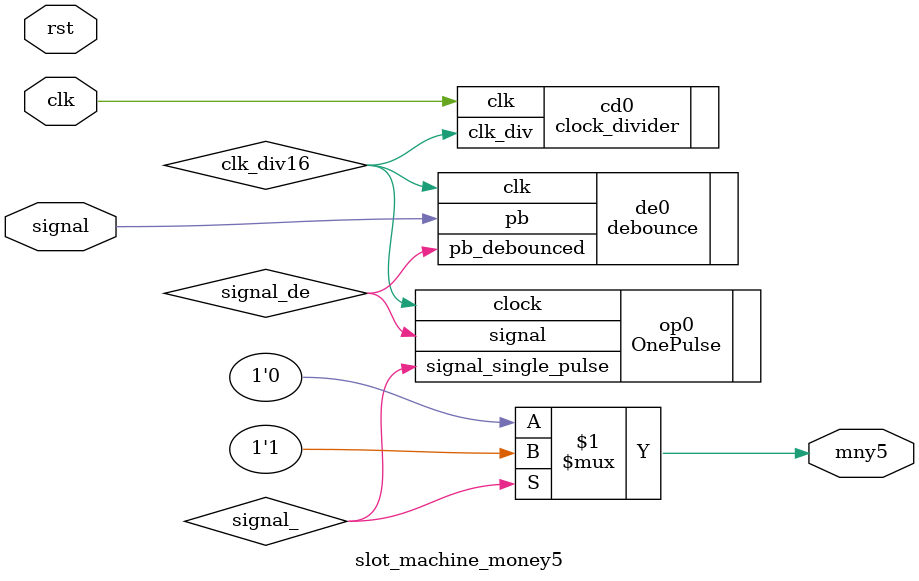
<source format=v>
module slot_machine_money5(
    input clk,
	input rst,
	input signal,
	output mny5
	);

	
	// reg [6:0] count ,next_count;
	// reg [15:0] num;
	wire signal_, clk_div16, signal_de;

	clock_divider #(16) cd0 (.clk(clk), .clk_div(clk_div16));

    debounce de0 (.pb_debounced(signal_de), .pb(signal), .clk(clk_div16));

    OnePulse op0 (
    .signal_single_pulse(signal_),
	.signal(signal_de),
    .clock(clk_div16)
	);
	// always @(posedge clk_div16 or posedge rst) begin
	// 	if (rst) begin
	// 		count <= 0;
	// 	end
	// 	else begin
	// 		count <= next_count;
	// 	end
	// end
	// always @(*) begin
	// 	if(signal_ == 1) begin
	// 		if(count < 99) 
	// 			next_count = count + 5;
	// 		else     
	// 			next_count = 0;
	// 	end
	// 	else begin
	// 		next_count = count;
	// 	end
	// end

	assign mny5 = (signal_) ? 1'b1 : 1'b0;

endmodule
</source>
